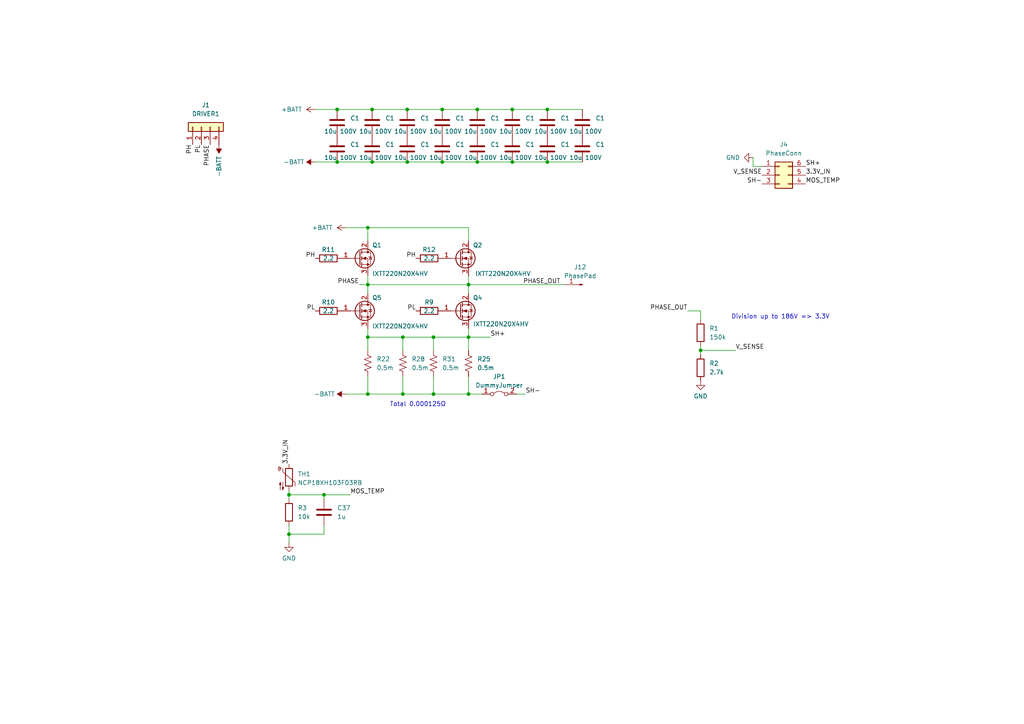
<source format=kicad_sch>
(kicad_sch (version 20230121) (generator eeschema)
  (paper "A4")
  (lib_symbols
    (symbol "Connector:Conn_01x01_Pin" (pin_names (offset 1.016) hide)
      (property "Reference" "J" (at 0 2.54 0))
      (property "Value" "Conn_01x01_Pin" (at 0 -2.54 0))
      (symbol "Conn_01x01_Pin_1_1"
        (polyline (pts (xy 1.27 0) (xy 0.8636 0)) (stroke (width 0.1524)))
        (rectangle (start 0.8636 0.127) (end 0 -0.127) (stroke (width 0.1524)) (fill (type outline)))
        (pin passive line (at 5.08 0 180) (length 3.81) (name "Pin_1") (number "1"))
      )
    )
    (symbol "Connector_Generic:Conn_01x04" (pin_names (offset 1.016) hide)
      (property "Reference" "J" (at 0 5.08 0))
      (property "Value" "Conn_01x04" (at 0 -7.62 0))
      (symbol "Conn_01x04_1_1"
        (rectangle (start -1.27 -4.953) (end 0 -5.207) (stroke (width 0.1524)))
        (rectangle (start -1.27 -2.413) (end 0 -2.667) (stroke (width 0.1524)))
        (rectangle (start -1.27 0.127) (end 0 -0.127) (stroke (width 0.1524)))
        (rectangle (start -1.27 2.667) (end 0 2.413) (stroke (width 0.1524)))
        (rectangle (start -1.27 3.81) (end 1.27 -6.35) (stroke (width 0.254)) (fill (type background)))
        (pin passive line (at -5.08 2.54 0) (length 3.81) (name "Pin_1") (number "1"))
        (pin passive line (at -5.08 0 0) (length 3.81) (name "Pin_2") (number "2"))
        (pin passive line (at -5.08 -2.54 0) (length 3.81) (name "Pin_3") (number "3"))
        (pin passive line (at -5.08 -5.08 0) (length 3.81) (name "Pin_4") (number "4"))
      )
    )
    (symbol "Connector_Generic:Conn_02x03_Counter_Clockwise" (pin_names (offset 1.016) hide)
      (property "Reference" "J" (at 1.27 5.08 0))
      (property "Value" "Conn_02x03_Counter_Clockwise" (at 1.27 -5.08 0))
      (symbol "Conn_02x03_Counter_Clockwise_1_1"
        (rectangle (start -1.27 -2.413) (end 0 -2.667) (stroke (width 0.1524)))
        (rectangle (start -1.27 0.127) (end 0 -0.127) (stroke (width 0.1524)))
        (rectangle (start -1.27 2.667) (end 0 2.413) (stroke (width 0.1524)))
        (rectangle (start -1.27 3.81) (end 3.81 -3.81) (stroke (width 0.254)) (fill (type background)))
        (rectangle (start 3.81 -2.413) (end 2.54 -2.667) (stroke (width 0.1524)))
        (rectangle (start 3.81 0.127) (end 2.54 -0.127) (stroke (width 0.1524)))
        (rectangle (start 3.81 2.667) (end 2.54 2.413) (stroke (width 0.1524)))
        (pin passive line (at -5.08 2.54 0) (length 3.81) (name "Pin_1") (number "1"))
        (pin passive line (at -5.08 0 0) (length 3.81) (name "Pin_2") (number "2"))
        (pin passive line (at -5.08 -2.54 0) (length 3.81) (name "Pin_3") (number "3"))
        (pin passive line (at 7.62 -2.54 180) (length 3.81) (name "Pin_4") (number "4"))
        (pin passive line (at 7.62 0 180) (length 3.81) (name "Pin_5") (number "5"))
        (pin passive line (at 7.62 2.54 180) (length 3.81) (name "Pin_6") (number "6"))
      )
    )
    (symbol "Device:C" (pin_numbers hide) (pin_names (offset 0.254))
      (property "Reference" "C" (at 0.635 2.54 0))
      (property "Value" "C" (at 0.635 -2.54 0))
      (symbol "C_0_1"
        (polyline (pts (xy -2.032 -0.762) (xy 2.032 -0.762)) (stroke (width 0.508)))
        (polyline (pts (xy -2.032 0.762) (xy 2.032 0.762)) (stroke (width 0.508)))
      )
      (symbol "C_1_1"
        (pin passive line (at 0 3.81 270) (length 2.794) (name "~") (number "1"))
        (pin passive line (at 0 -3.81 90) (length 2.794) (name "~") (number "2"))
      )
    )
    (symbol "Device:R" (pin_numbers hide) (pin_names (offset 0))
      (property "Reference" "R" (at 2.032 0 90))
      (property "Value" "R" (at 0 0 90))
      (symbol "R_0_1"
        (rectangle (start -1.016 -2.54) (end 1.016 2.54) (stroke (width 0.254)))
      )
      (symbol "R_1_1"
        (pin passive line (at 0 3.81 270) (length 1.27) (name "~") (number "1"))
        (pin passive line (at 0 -3.81 90) (length 1.27) (name "~") (number "2"))
      )
    )
    (symbol "Device:R_US" (pin_numbers hide) (pin_names (offset 0))
      (property "Reference" "R" (at 2.54 0 90))
      (property "Value" "R_US" (at -2.54 0 90))
      (symbol "R_US_0_1"
        (polyline (pts (xy 0 -2.286) (xy 0 -2.54)))
        (polyline (pts (xy 0 2.286) (xy 0 2.54)))
        (polyline (pts (xy 0 -0.762) (xy 1.016 -1.143) (xy 0 -1.524) (xy -1.016 -1.905) (xy 0 -2.286)))
        (polyline (pts (xy 0 0.762) (xy 1.016 0.381) (xy 0 0) (xy -1.016 -0.381) (xy 0 -0.762)))
        (polyline (pts (xy 0 2.286) (xy 1.016 1.905) (xy 0 1.524) (xy -1.016 1.143) (xy 0 0.762)))
      )
      (symbol "R_US_1_1"
        (pin passive line (at 0 3.81 270) (length 1.27) (name "~") (number "1"))
        (pin passive line (at 0 -3.81 90) (length 1.27) (name "~") (number "2"))
      )
    )
    (symbol "Device:Thermistor_NTC" (pin_numbers hide) (pin_names (offset 0))
      (property "Reference" "TH" (at -4.445 0 90))
      (property "Value" "Thermistor_NTC" (at 3.175 0 90))
      (symbol "Thermistor_NTC_0_1"
        (arc (start -3.048 2.159) (mid -3.0495 2.3143) (end -3.175 2.413))
        (arc (start -3.048 2.159) (mid -2.9736 1.9794) (end -2.794 1.905))
        (arc (start -3.048 2.794) (mid -2.9736 2.6144) (end -2.794 2.54))
        (arc (start -2.794 1.905) (mid -2.6144 1.9794) (end -2.54 2.159))
        (arc (start -2.794 2.54) (mid -2.4393 2.5587) (end -2.159 2.794))
        (arc (start -2.794 3.048) (mid -2.9736 2.9736) (end -3.048 2.794))
        (arc (start -2.54 2.794) (mid -2.6144 2.9736) (end -2.794 3.048))
        (rectangle (start -1.016 2.54) (end 1.016 -2.54) (stroke (width 0.254)))
        (polyline (pts (xy -2.54 2.159) (xy -2.54 2.794)))
        (polyline (pts (xy -1.778 2.54) (xy -1.778 1.524) (xy 1.778 -1.524) (xy 1.778 -2.54)))
        (polyline (pts (xy -2.54 -3.683) (xy -2.54 -1.397) (xy -2.794 -2.159) (xy -2.286 -2.159) (xy -2.54 -1.397) (xy -2.54 -1.651)) (fill (type outline)))
        (polyline (pts (xy -1.778 -1.397) (xy -1.778 -3.683) (xy -2.032 -2.921) (xy -1.524 -2.921) (xy -1.778 -3.683) (xy -1.778 -3.429)) (fill (type outline)))
      )
      (symbol "Thermistor_NTC_1_1"
        (pin passive line (at 0 3.81 270) (length 1.27) (name "~") (number "1"))
        (pin passive line (at 0 -3.81 90) (length 1.27) (name "~") (number "2"))
      )
    )
    (symbol "Jumper:Jumper_2_Bridged" (pin_names (offset 0) hide)
      (property "Reference" "JP" (at 0 1.905 0))
      (property "Value" "Jumper_2_Bridged" (at 0 -2.54 0))
      (symbol "Jumper_2_Bridged_0_0"
        (circle (center -2.032 0) (radius 0.508))
        (circle (center 2.032 0) (radius 0.508))
      )
      (symbol "Jumper_2_Bridged_0_1"
        (arc (start 1.524 0.254) (mid 0 0.762) (end -1.524 0.254))
      )
      (symbol "Jumper_2_Bridged_1_1"
        (pin passive line (at -5.08 0 0) (length 2.54) (name "A") (number "1"))
        (pin passive line (at 5.08 0 180) (length 2.54) (name "B") (number "2"))
      )
    )
    (symbol "Transistor_FET:BSP89" (pin_names hide)
      (property "Reference" "Q" (at 5.08 1.905 0))
      (property "Value" "BSP89" (at 5.08 0 0))
      (symbol "BSP89_0_1"
        (polyline (pts (xy 0.254 0) (xy -2.54 0)))
        (polyline (pts (xy 0.254 1.905) (xy 0.254 -1.905)) (stroke (width 0.254)))
        (polyline (pts (xy 0.762 -1.27) (xy 0.762 -2.286)) (stroke (width 0.254)))
        (polyline (pts (xy 0.762 0.508) (xy 0.762 -0.508)) (stroke (width 0.254)))
        (polyline (pts (xy 0.762 2.286) (xy 0.762 1.27)) (stroke (width 0.254)))
        (polyline (pts (xy 2.54 2.54) (xy 2.54 1.778)))
        (polyline (pts (xy 2.54 -2.54) (xy 2.54 0) (xy 0.762 0)))
        (polyline (pts (xy 0.762 -1.778) (xy 3.302 -1.778) (xy 3.302 1.778) (xy 0.762 1.778)))
        (polyline (pts (xy 1.016 0) (xy 2.032 0.381) (xy 2.032 -0.381) (xy 1.016 0)) (fill (type outline)))
        (polyline (pts (xy 2.794 0.508) (xy 2.921 0.381) (xy 3.683 0.381) (xy 3.81 0.254)))
        (polyline (pts (xy 3.302 0.381) (xy 2.921 -0.254) (xy 3.683 -0.254) (xy 3.302 0.381)))
        (circle (center 1.651 0) (radius 2.794) (stroke (width 0.254)))
        (circle (center 2.54 -1.778) (radius 0.254) (fill (type outline)))
        (circle (center 2.54 1.778) (radius 0.254) (fill (type outline)))
      )
      (symbol "BSP89_1_1"
        (pin input line (at -5.08 0 0) (length 2.54) (name "G") (number "1"))
        (pin passive line (at 2.54 5.08 270) (length 2.54) (name "D") (number "2"))
        (pin passive line (at 2.54 -5.08 90) (length 2.54) (name "S") (number "3"))
      )
    )
    (symbol "power:+BATT" (power) (pin_names (offset 0))
      (property "Value" "+BATT" (at 0 3.556 0))
      (symbol "+BATT_0_1"
        (polyline (pts (xy -0.762 1.27) (xy 0 2.54)))
        (polyline (pts (xy 0 0) (xy 0 2.54)))
        (polyline (pts (xy 0 2.54) (xy 0.762 1.27)))
      )
      (symbol "+BATT_1_1"
        (pin power_in line (at 0 0 90) (length 0) hide (name "+BATT") (number "1"))
      )
    )
    (symbol "power:-BATT" (power) (pin_names (offset 0))
      (property "Value" "-BATT" (at 0 3.556 0))
      (symbol "-BATT_0_1"
        (polyline (pts (xy 0 0) (xy 0 2.54)))
        (polyline (pts (xy 0.762 1.27) (xy -0.762 1.27) (xy 0 2.54) (xy 0.762 1.27)) (fill (type outline)))
      )
      (symbol "-BATT_1_1"
        (pin power_in line (at 0 0 90) (length 0) hide (name "-BATT") (number "1"))
      )
    )
    (symbol "power:GND" (power) (pin_names (offset 0))
      (property "Value" "GND" (at 0 -3.81 0))
      (symbol "GND_0_1"
        (polyline (pts (xy 0 0) (xy 0 -1.27) (xy 1.27 -1.27) (xy 0 -2.54) (xy -1.27 -1.27) (xy 0 -1.27)))
      )
      (symbol "GND_1_1"
        (pin power_in line (at 0 0 270) (length 0) hide (name "GND") (number "1"))
      )
    )
  )
  (junction (at 128.27 31.75))
  (junction (at 135.89 82.55))
  (junction (at 83.82 154.94))
  (junction (at 138.43 31.75))
  (junction (at 116.84 97.79))
  (junction (at 106.68 82.55))
  (junction (at 148.59 46.99))
  (junction (at 158.75 46.99))
  (junction (at 118.11 31.75))
  (junction (at 203.2 101.6))
  (junction (at 138.43 46.99))
  (junction (at 106.68 66.04))
  (junction (at 116.84 114.3))
  (junction (at 93.98 143.51))
  (junction (at 125.73 97.79))
  (junction (at 128.27 46.99))
  (junction (at 158.75 31.75))
  (junction (at 106.68 114.3))
  (junction (at 148.59 31.75))
  (junction (at 107.95 46.99))
  (junction (at 97.79 31.75))
  (junction (at 107.95 31.75))
  (junction (at 118.11 46.99))
  (junction (at 125.73 114.3))
  (junction (at 135.89 114.3))
  (junction (at 135.89 97.79))
  (junction (at 106.68 97.79))
  (junction (at 97.79 46.99))
  (junction (at 83.82 143.51))
  (wire (pts (xy 106.68 114.3) (xy 116.84 114.3)))
  (wire (pts (xy 107.95 31.75) (xy 118.11 31.75)))
  (wire (pts (xy 149.86 114.3) (xy 152.4 114.3)))
  (wire (pts (xy 106.68 82.55) (xy 106.68 85.09)))
  (wire (pts (xy 106.68 66.04) (xy 135.89 66.04)))
  (wire (pts (xy 135.89 97.79) (xy 142.24 97.79)))
  (wire (pts (xy 218.44 45.72) (xy 218.44 48.26)))
  (wire (pts (xy 97.79 31.75) (xy 107.95 31.75)))
  (wire (pts (xy 100.33 114.3) (xy 106.68 114.3)))
  (wire (pts (xy 106.68 82.55) (xy 135.89 82.55)))
  (wire (pts (xy 106.68 95.25) (xy 106.68 97.79)))
  (wire (pts (xy 203.2 102.87) (xy 203.2 101.6)))
  (wire (pts (xy 106.68 66.04) (xy 106.68 69.85)))
  (wire (pts (xy 135.89 97.79) (xy 135.89 101.6)))
  (wire (pts (xy 93.98 143.51) (xy 101.6 143.51)))
  (wire (pts (xy 135.89 80.01) (xy 135.89 82.55)))
  (wire (pts (xy 116.84 97.79) (xy 106.68 97.79)))
  (wire (pts (xy 135.89 95.25) (xy 135.89 97.79)))
  (wire (pts (xy 125.73 97.79) (xy 116.84 97.79)))
  (wire (pts (xy 116.84 109.22) (xy 116.84 114.3)))
  (wire (pts (xy 139.7 114.3) (xy 135.89 114.3)))
  (wire (pts (xy 107.95 46.99) (xy 118.11 46.99)))
  (wire (pts (xy 106.68 80.01) (xy 106.68 82.55)))
  (wire (pts (xy 203.2 100.33) (xy 203.2 101.6)))
  (wire (pts (xy 128.27 31.75) (xy 138.43 31.75)))
  (wire (pts (xy 128.27 46.99) (xy 138.43 46.99)))
  (wire (pts (xy 118.11 31.75) (xy 128.27 31.75)))
  (wire (pts (xy 218.44 48.26) (xy 220.98 48.26)))
  (wire (pts (xy 135.89 82.55) (xy 163.83 82.55)))
  (wire (pts (xy 116.84 114.3) (xy 125.73 114.3)))
  (wire (pts (xy 125.73 109.22) (xy 125.73 114.3)))
  (wire (pts (xy 125.73 97.79) (xy 125.73 101.6)))
  (wire (pts (xy 104.14 82.55) (xy 106.68 82.55)))
  (wire (pts (xy 100.33 66.04) (xy 106.68 66.04)))
  (wire (pts (xy 199.39 90.17) (xy 203.2 90.17)))
  (wire (pts (xy 83.82 143.51) (xy 93.98 143.51)))
  (wire (pts (xy 135.89 114.3) (xy 135.89 109.22)))
  (wire (pts (xy 91.44 31.75) (xy 97.79 31.75)))
  (wire (pts (xy 83.82 142.24) (xy 83.82 143.51)))
  (wire (pts (xy 125.73 114.3) (xy 135.89 114.3)))
  (wire (pts (xy 158.75 31.75) (xy 168.91 31.75)))
  (wire (pts (xy 106.68 97.79) (xy 106.68 101.6)))
  (wire (pts (xy 97.79 46.99) (xy 107.95 46.99)))
  (wire (pts (xy 138.43 31.75) (xy 148.59 31.75)))
  (wire (pts (xy 158.75 46.99) (xy 168.91 46.99)))
  (wire (pts (xy 118.11 46.99) (xy 128.27 46.99)))
  (wire (pts (xy 83.82 143.51) (xy 83.82 144.78)))
  (wire (pts (xy 203.2 90.17) (xy 203.2 92.71)))
  (wire (pts (xy 135.89 82.55) (xy 135.89 85.09)))
  (wire (pts (xy 138.43 46.99) (xy 148.59 46.99)))
  (wire (pts (xy 83.82 152.4) (xy 83.82 154.94)))
  (wire (pts (xy 93.98 144.78) (xy 93.98 143.51)))
  (wire (pts (xy 93.98 152.4) (xy 93.98 154.94)))
  (wire (pts (xy 148.59 31.75) (xy 158.75 31.75)))
  (wire (pts (xy 148.59 46.99) (xy 158.75 46.99)))
  (wire (pts (xy 203.2 101.6) (xy 213.36 101.6)))
  (wire (pts (xy 135.89 97.79) (xy 125.73 97.79)))
  (wire (pts (xy 83.82 154.94) (xy 83.82 157.48)))
  (wire (pts (xy 91.44 46.99) (xy 97.79 46.99)))
  (wire (pts (xy 135.89 66.04) (xy 135.89 69.85)))
  (wire (pts (xy 93.98 154.94) (xy 83.82 154.94)))
  (wire (pts (xy 116.84 97.79) (xy 116.84 101.6)))
  (wire (pts (xy 106.68 109.22) (xy 106.68 114.3)))
  (text "Total 0.000125Ω" (at 113.03 118.11 0) (effects (font (size 1.27 1.27)) (justify left bottom)))
  (text "Division up to 186V => 3.3V" (at 212.09 92.71 0) (effects (font (size 1.27 1.27)) (justify left bottom)))
  (label "PL" (at 120.65 90.17 180))
  (label "SH-" (at 152.4 114.3 0))
  (label "SH+" (at 233.68 48.26 0))
  (label "3.3V_IN" (at 233.68 50.8 0))
  (label "MOS_TEMP" (at 233.68 53.34 0))
  (label "PH" (at 91.44 74.93 180))
  (label "PHASE" (at 104.14 82.55 180))
  (label "PHASE" (at 60.96 41.91 270))
  (label "PL" (at 58.42 41.91 270))
  (label "PL" (at 91.44 90.17 180))
  (label "V_SENSE" (at 220.98 50.8 180))
  (label "3.3V_IN" (at 83.82 134.62 90))
  (label "PH" (at 55.88 41.91 270))
  (label "PH" (at 120.65 74.93 180))
  (label "SH-" (at 220.98 53.34 180))
  (label "MOS_TEMP" (at 101.6 143.51 0))
  (label "PHASE_OUT" (at 162.56 82.55 180))
  (label "SH+" (at 142.24 97.79 0))
  (label "PHASE_OUT" (at 199.39 90.17 180))
  (label "V_SENSE" (at 213.36 101.6 0))
  (symbol (lib_id "Transistor_FET:BSP89") (at 104.14 90.17 0) (unit 1)
    (property "Reference" "Q5" (at 107.95 86.36 0) (effects (justify left)))
    (property "Value" "IXTT220N20X4HV" (at 107.95 94.615 0) (effects (justify left)))
    (property "Footprint" "Package_TO_SOT_SMD:TO-268-2" (effects hide))
    (property "Datasheet" "https://www.infineon.com/dgdl/Infineon-BSP89-DS-v02_02-en.pdf?fileId=db3a30433b47825b013b4b8a07f90d55" (effects hide))
    (instances (project "IXTT220N20X4HV" (path "" (reference "Q5") (unit 1)) (path "" (reference "Q2") (unit 1)) (path "" (reference "Q6") (unit 1)) (path "" (reference "Q10") (unit 1))))
  )
  (symbol (lib_id "Transistor_FET:BSP89") (at 133.35 74.93 0) (unit 1)
    (property "Reference" "Q2" (at 137.16 71.12 0) (effects (justify left)))
    (property "Value" "IXTT220N20X4HV" (at 137.795 79.375 0) (effects (justify left)))
    (property "Footprint" "Package_TO_SOT_SMD:TO-268-2" (effects hide))
    (property "Datasheet" "https://www.infineon.com/dgdl/Infineon-BSP89-DS-v02_02-en.pdf?fileId=db3a30433b47825b013b4b8a07f90d55" (effects hide))
    (instances (project "IXTT220N20X4HV" (path "" (reference "Q2") (unit 1)) (path "" (reference "Q3") (unit 1)) (path "" (reference "Q7") (unit 1)) (path "" (reference "Q11") (unit 1))))
  )
  (symbol (lib_id "Device:R") (at 203.2 96.52 0) (unit 1)
    (property "Reference" "R1" (at 205.74 95.25 0) (effects (justify left)))
    (property "Value" "150k" (at 205.74 97.79 0) (effects (justify left)))
    (property "Footprint" "Resistor_SMD:R_0603_1608Metric" (effects hide))
    (property "MPN" "C22807" (effects hide))
    (instances (project "IXTT220N20X4HV" (path "" (reference "R1") (unit 1)) (path "" (reference "R13") (unit 1)) (path "" (reference "R20") (unit 1))))
  )
  (symbol (lib_id "Transistor_FET:BSP89") (at 104.14 74.93 0) (unit 1)
    (property "Reference" "Q1" (at 107.95 71.12 0) (effects (justify left)))
    (property "Value" "IXTT220N20X4HV" (at 107.95 79.375 0) (effects (justify left)))
    (property "Footprint" "Package_TO_SOT_SMD:TO-268-2" (effects hide))
    (property "Datasheet" "https://www.infineon.com/dgdl/Infineon-BSP89-DS-v02_02-en.pdf?fileId=db3a30433b47825b013b4b8a07f90d55" (effects hide))
    (instances (project "IXTT220N20X4HV" (path "" (reference "Q1") (unit 1)) (path "" (reference "Q1") (unit 1)) (path "" (reference "Q5") (unit 1)) (path "" (reference "Q9") (unit 1))))
  )
  (symbol (lib_id "power:-BATT") (at 91.44 46.99 90) (unit 1)
    (property "Reference" "#PWR010" (effects hide))
    (property "Value" "-BATT" (at 88.265 46.99 90) (effects (justify left)))
    (instances (project "IXTT220N20X4HV" (path "" (reference "#PWR010") (unit 1)) (path "" (reference "#PWR04") (unit 1)) (path "" (reference "#PWR06") (unit 1)) (path "" (reference "#PWR014") (unit 1))))
  )
  (symbol (lib_id "power:GND") (at 83.82 157.48 0) (unit 1)
    (property "Reference" "#PWR032" (effects hide))
    (property "Value" "GND" (at 83.82 161.925 0))
    (instances (project "IXTT220N20X4HV" (path "" (reference "#PWR032") (unit 1)) (path "" (reference "#PWR025") (unit 1)) (path "" (reference "#PWR038") (unit 1)) (path "" (reference "#PWR050") (unit 1))))
  )
  (symbol (lib_id "Device:C") (at 138.43 35.56 0) (unit 1)
    (property "Reference" "C1" (at 142.24 34.29 0) (effects (justify left)))
    (property "Value" "10u 100V" (at 134.62 38.1 0) (effects (justify left)))
    (property "Footprint" "Capacitor_SMD:C_1210_3225Metric" (effects hide))
    (property "MPN" "C5156756" (effects hide))
    (property "Mouser" "81-GRM32EC72A106KE5K" (effects hide))
    (instances (project "IXTT220N20X4HV" (path "" (reference "C1") (unit 1)) (path "" (reference "C25") (unit 1)) (path "" (reference "C48") (unit 1)) (path "" (reference "C56") (unit 1))))
  )
  (symbol (lib_id "Device:C") (at 158.75 35.56 0) (unit 1)
    (property "Reference" "C1" (at 162.56 34.29 0) (effects (justify left)))
    (property "Value" "10u 100V" (at 154.94 38.1 0) (effects (justify left)))
    (property "Footprint" "Capacitor_SMD:C_1210_3225Metric" (effects hide))
    (property "Mouser" "81-GRM32EC72A106KE5K" (effects hide))
    (property "MPN" "C5156756" (effects hide))
    (instances (project "IXTT220N20X4HV" (path "" (reference "C1") (unit 1)) (path "" (reference "C30") (unit 1)) (path "" (reference "C52") (unit 1)) (path "" (reference "C60") (unit 1))))
  )
  (symbol (lib_id "Device:Thermistor_NTC") (at 83.82 138.43 0) (unit 1)
    (property "Reference" "TH1" (at 86.36 137.4775 0) (effects (justify left)))
    (property "Value" "NCP18XH103F03RB" (at 86.36 140.0175 0) (effects (justify left)))
    (property "Footprint" "Resistor_SMD:R_0603_1608Metric" (effects hide))
    (property "MPN" "C13564" (effects hide))
    (instances (project "IXTT220N20X4HV" (path "" (reference "TH1") (unit 1)) (path "" (reference "TH2") (unit 1)) (path "" (reference "TH3") (unit 1))))
  )
  (symbol (lib_id "Connector:Conn_01x01_Pin") (at 168.91 82.55 180) (unit 1)
    (property "Reference" "J12" (at 168.275 77.47 0))
    (property "Value" "PhasePad" (at 168.275 80.01 0))
    (property "Footprint" "Connector_Wire:SolderWirePad_1x01_SMD_5x10mm" (effects hide))
    (instances (project "IXTT220N20X4HV" (path "" (reference "J12") (unit 1)) (path "" (reference "J7") (unit 1)) (path "" (reference "J10") (unit 1)) (path "" (reference "J11") (unit 1))))
  )
  (symbol (lib_id "power:GND") (at 218.44 45.72 270) (unit 1)
    (property "Reference" "#PWR017" (effects hide))
    (property "Value" "GND" (at 214.63 45.72 90) (effects (justify right)))
    (instances (project "IXTT220N20X4HV" (path "" (reference "#PWR017") (unit 1)) (path "" (reference "#PWR017") (unit 1)) (path "" (reference "#PWR019") (unit 1)) (path "" (reference "#PWR021") (unit 1))))
  )
  (symbol (lib_id "Device:R") (at 124.46 74.93 90) (unit 1)
    (property "Reference" "R12" (at 124.46 72.39 90))
    (property "Value" "2.2" (at 124.46 74.93 90))
    (property "Footprint" "Resistor_SMD:R_0805_2012Metric" (effects hide))
    (property "MPN" "C17521" (effects hide))
    (instances (project "IXTT220N20X4HV" (path "" (reference "R12") (unit 1)) (path "" (reference "R11") (unit 1)) (path "" (reference "R7") (unit 1)) (path "" (reference "R18") (unit 1))))
  )
  (symbol (lib_id "Device:R") (at 95.25 74.93 90) (unit 1)
    (property "Reference" "R11" (at 95.25 72.39 90))
    (property "Value" "2.2" (at 95.25 74.93 90))
    (property "Footprint" "Resistor_SMD:R_0805_2012Metric" (effects hide))
    (property "MPN" "C17521" (effects hide))
    (instances (project "IXTT220N20X4HV" (path "" (reference "R11") (unit 1)) (path "" (reference "R9") (unit 1)) (path "" (reference "R5") (unit 1)) (path "" (reference "R16") (unit 1))))
  )
  (symbol (lib_id "Device:R") (at 83.82 148.59 0) (unit 1)
    (property "Reference" "R3" (at 86.36 147.32 0) (effects (justify left)))
    (property "Value" "10k" (at 86.36 149.86 0) (effects (justify left)))
    (property "Footprint" "Resistor_SMD:R_0603_1608Metric" (effects hide))
    (property "MPN" "C25804" (effects hide))
    (instances (project "IXTT220N20X4HV" (path "" (reference "R3") (unit 1)) (path "" (reference "R4") (unit 1)) (path "" (reference "R15") (unit 1))))
  )
  (symbol (lib_id "Device:R_US") (at 125.73 105.41 0) (unit 1)
    (property "Reference" "R31" (at 128.27 104.14 0) (effects (justify left)))
    (property "Value" "0.5m" (at 128.27 106.68 0) (effects (justify left)))
    (property "Footprint" "Resistor_SMD:R_2512_6332Metric" (effects hide))
    (property "MPN" "C5119469" (effects hide))
    (instances (project "IXTT220N20X4HV" (path "" (reference "R31") (unit 1)) (path "" (reference "R32") (unit 1)) (path "" (reference "R33") (unit 1))))
  )
  (symbol (lib_id "Device:C") (at 93.98 148.59 0) (unit 1)
    (property "Reference" "C37" (at 97.79 147.32 0) (effects (justify left)))
    (property "Value" "1u" (at 97.79 149.86 0) (effects (justify left)))
    (property "Footprint" "GigaVescLibs:C_0603_1608Metric_L" (effects hide))
    (property "MPN" "C15849" (effects hide))
    (instances (project "IXTT220N20X4HV" (path "" (reference "C37") (unit 1)) (path "" (reference "C38") (unit 1)) (path "" (reference "C43") (unit 1))))
  )
  (symbol (lib_id "power:-BATT") (at 100.33 114.3 90) (unit 1)
    (property "Reference" "#PWR010" (effects hide))
    (property "Value" "-BATT" (at 97.155 114.3 90) (effects (justify left)))
    (instances (project "IXTT220N20X4HV" (path "" (reference "#PWR010") (unit 1)) (path "" (reference "#PWR010") (unit 1)) (path "" (reference "#PWR040") (unit 1)) (path "" (reference "#PWR052") (unit 1))))
  )
  (symbol (lib_id "Device:R") (at 95.25 90.17 90) (unit 1)
    (property "Reference" "R10" (at 95.25 87.63 90))
    (property "Value" "2.2" (at 95.25 90.17 90))
    (property "Footprint" "Resistor_SMD:R_0805_2012Metric" (effects hide))
    (property "MPN" "C17521" (effects hide))
    (instances (project "IXTT220N20X4HV" (path "" (reference "R10") (unit 1)) (path "" (reference "R10") (unit 1)) (path "" (reference "R6") (unit 1)) (path "" (reference "R17") (unit 1))))
  )
  (symbol (lib_id "Device:R_US") (at 116.84 105.41 0) (unit 1)
    (property "Reference" "R28" (at 119.38 104.14 0) (effects (justify left)))
    (property "Value" "0.5m" (at 119.38 106.68 0) (effects (justify left)))
    (property "Footprint" "Resistor_SMD:R_2512_6332Metric" (effects hide))
    (property "MPN" "C5119469" (effects hide))
    (instances (project "IXTT220N20X4HV" (path "" (reference "R28") (unit 1)) (path "" (reference "R29") (unit 1)) (path "" (reference "R30") (unit 1))))
  )
  (symbol (lib_id "Device:R") (at 124.46 90.17 90) (unit 1)
    (property "Reference" "R9" (at 124.46 87.63 90))
    (property "Value" "2.2" (at 124.46 90.17 90))
    (property "Footprint" "Resistor_SMD:R_0805_2012Metric" (effects hide))
    (property "MPN" "C17521" (effects hide))
    (instances (project "IXTT220N20X4HV" (path "" (reference "R9") (unit 1)) (path "" (reference "R12") (unit 1)) (path "" (reference "R8") (unit 1)) (path "" (reference "R19") (unit 1))))
  )
  (symbol (lib_id "power:+BATT") (at 91.44 31.75 90) (unit 1)
    (property "Reference" "#PWR07" (effects hide))
    (property "Value" "+BATT" (at 87.63 31.75 90) (effects (justify left)))
    (instances (project "IXTT220N20X4HV" (path "" (reference "#PWR07") (unit 1)) (path "" (reference "#PWR03") (unit 1)) (path "" (reference "#PWR05") (unit 1)) (path "" (reference "#PWR013") (unit 1))))
  )
  (symbol (lib_id "Device:C") (at 158.75 43.18 0) (unit 1)
    (property "Reference" "C1" (at 162.56 41.91 0) (effects (justify left)))
    (property "Value" "10u 100V" (at 154.94 45.72 0) (effects (justify left)))
    (property "Footprint" "Capacitor_SMD:C_1210_3225Metric" (effects hide))
    (property "Mouser" "81-GRM32EC72A106KE5K" (effects hide))
    (property "MPN" "C5156756" (effects hide))
    (instances (project "IXTT220N20X4HV" (path "" (reference "C1") (unit 1)) (path "" (reference "C31") (unit 1)) (path "" (reference "C53") (unit 1)) (path "" (reference "C61") (unit 1))))
  )
  (symbol (lib_id "Device:C") (at 97.79 43.18 0) (unit 1)
    (property "Reference" "C1" (at 101.6 41.91 0) (effects (justify left)))
    (property "Value" "10u 100V" (at 93.98 45.72 0) (effects (justify left)))
    (property "Footprint" "Capacitor_SMD:C_1210_3225Metric" (effects hide))
    (property "Mouser" "81-GRM32EC72A106KE5K" (effects hide))
    (property "MPN" "C5156756" (effects hide))
    (instances (project "IXTT220N20X4HV" (path "" (reference "C1") (unit 1)) (path "" (reference "C2") (unit 1)) (path "" (reference "C10") (unit 1)) (path "" (reference "C18") (unit 1))))
  )
  (symbol (lib_id "Device:R_US") (at 135.89 105.41 0) (unit 1)
    (property "Reference" "R25" (at 138.43 104.14 0) (effects (justify left)))
    (property "Value" "0.5m" (at 138.43 106.68 0) (effects (justify left)))
    (property "Footprint" "Resistor_SMD:R_2512_6332Metric" (effects hide))
    (property "MPN" "C5119469" (effects hide))
    (instances (project "IXTT220N20X4HV" (path "" (reference "R25") (unit 1)) (path "" (reference "R26") (unit 1)) (path "" (reference "R27") (unit 1))))
  )
  (symbol (lib_id "Device:C") (at 128.27 43.18 0) (unit 1)
    (property "Reference" "C1" (at 132.08 41.91 0) (effects (justify left)))
    (property "Value" "10u 100V" (at 124.46 45.72 0) (effects (justify left)))
    (property "Footprint" "Capacitor_SMD:C_1210_3225Metric" (effects hide))
    (property "Mouser" "81-GRM32EC72A106KE5K" (effects hide))
    (property "MPN" "C5156756" (effects hide))
    (instances (project "IXTT220N20X4HV" (path "" (reference "C1") (unit 1)) (path "" (reference "C8") (unit 1)) (path "" (reference "C16") (unit 1)) (path "" (reference "C24") (unit 1))))
  )
  (symbol (lib_id "Connector_Generic:Conn_02x03_Counter_Clockwise") (at 226.06 50.8 0) (unit 1)
    (property "Reference" "J4" (at 227.33 41.91 0))
    (property "Value" "PhaseConn" (at 227.33 44.45 0))
    (property "Footprint" "Connector_PinSocket_2.54mm:PinSocket_2x03_P2.54mm_Vertical_SMD" (effects hide))
    (property "MPN" "C5160818" (effects hide))
    (instances (project "IXTT220N20X4HV" (path "" (reference "J4") (unit 1)) (path "" (reference "J4") (unit 1)) (path "" (reference "J5") (unit 1)) (path "" (reference "J6") (unit 1))))
  )
  (symbol (lib_id "Device:C") (at 107.95 43.18 0) (unit 1)
    (property "Reference" "C1" (at 111.76 41.91 0) (effects (justify left)))
    (property "Value" "10u 100V" (at 104.14 45.72 0) (effects (justify left)))
    (property "Footprint" "Capacitor_SMD:C_1210_3225Metric" (effects hide))
    (property "Mouser" "81-GRM32EC72A106KE5K" (effects hide))
    (property "MPN" "C5156756" (effects hide))
    (instances (project "IXTT220N20X4HV" (path "" (reference "C1") (unit 1)) (path "" (reference "C4") (unit 1)) (path "" (reference "C12") (unit 1)) (path "" (reference "C20") (unit 1))))
  )
  (symbol (lib_id "Transistor_FET:BSP89") (at 133.35 90.17 0) (unit 1)
    (property "Reference" "Q4" (at 137.16 86.36 0) (effects (justify left)))
    (property "Value" "IXTT220N20X4HV" (at 137.16 93.98 0) (effects (justify left)))
    (property "Footprint" "Package_TO_SOT_SMD:TO-268-2" (effects hide))
    (property "Datasheet" "https://www.infineon.com/dgdl/Infineon-BSP89-DS-v02_02-en.pdf?fileId=db3a30433b47825b013b4b8a07f90d55" (effects hide))
    (instances (project "IXTT220N20X4HV" (path "" (reference "Q4") (unit 1)) (path "" (reference "Q4") (unit 1)) (path "" (reference "Q8") (unit 1)) (path "" (reference "Q12") (unit 1))))
  )
  (symbol (lib_id "Device:C") (at 97.79 35.56 0) (unit 1)
    (property "Reference" "C1" (at 101.6 34.29 0) (effects (justify left)))
    (property "Value" "10u 100V" (at 93.98 38.1 0) (effects (justify left)))
    (property "Footprint" "Capacitor_SMD:C_1210_3225Metric" (effects hide))
    (property "MPN" "C5156756" (effects hide))
    (property "Mouser" "81-GRM32EC72A106KE5K" (effects hide))
    (instances (project "IXTT220N20X4HV" (path "" (reference "C1") (unit 1)) (path "" (reference "C1") (unit 1)) (path "" (reference "C9") (unit 1)) (path "" (reference "C17") (unit 1))))
  )
  (symbol (lib_id "Device:C") (at 138.43 43.18 0) (unit 1)
    (property "Reference" "C1" (at 142.24 41.91 0) (effects (justify left)))
    (property "Value" "10u 100V" (at 134.62 45.72 0) (effects (justify left)))
    (property "Footprint" "Capacitor_SMD:C_1210_3225Metric" (effects hide))
    (property "Mouser" "81-GRM32EC72A106KE5K" (effects hide))
    (property "MPN" "C5156756" (effects hide))
    (instances (project "IXTT220N20X4HV" (path "" (reference "C1") (unit 1)) (path "" (reference "C26") (unit 1)) (path "" (reference "C49") (unit 1)) (path "" (reference "C57") (unit 1))))
  )
  (symbol (lib_id "Device:R") (at 203.2 106.68 0) (unit 1)
    (property "Reference" "R2" (at 205.74 105.41 0) (effects (justify left)))
    (property "Value" "2.7k" (at 205.74 107.95 0) (effects (justify left)))
    (property "Footprint" "Resistor_SMD:R_0603_1608Metric" (effects hide))
    (property "MPN" "C13167" (effects hide))
    (instances (project "IXTT220N20X4HV" (path "" (reference "R2") (unit 1)) (path "" (reference "R14") (unit 1)) (path "" (reference "R21") (unit 1))))
  )
  (symbol (lib_id "Device:C") (at 128.27 35.56 0) (unit 1)
    (property "Reference" "C1" (at 132.08 34.29 0) (effects (justify left)))
    (property "Value" "10u 100V" (at 124.46 38.1 0) (effects (justify left)))
    (property "Footprint" "Capacitor_SMD:C_1210_3225Metric" (effects hide))
    (property "Mouser" "81-GRM32EC72A106KE5K" (effects hide))
    (property "MPN" "C5156756" (effects hide))
    (instances (project "IXTT220N20X4HV" (path "" (reference "C1") (unit 1)) (path "" (reference "C7") (unit 1)) (path "" (reference "C15") (unit 1)) (path "" (reference "C23") (unit 1))))
  )
  (symbol (lib_id "Connector_Generic:Conn_01x04") (at 58.42 36.83 90) (unit 1)
    (property "Reference" "J1" (at 59.69 30.48 90))
    (property "Value" "DRIVER1" (at 59.69 33.02 90))
    (property "Footprint" "Connector_PinSocket_2.54mm:PinSocket_2x02_P2.54mm_Vertical_SMD" (effects hide))
    (property "MPN" "C5160817" (effects hide))
    (instances (project "IXTT220N20X4HV" (path "" (reference "J1") (unit 1)) (path "" (reference "J1") (unit 1)) (path "" (reference "J2") (unit 1)) (path "" (reference "J3") (unit 1))))
  )
  (symbol (lib_id "Device:C") (at 148.59 35.56 0) (unit 1)
    (property "Reference" "C1" (at 152.4 34.29 0) (effects (justify left)))
    (property "Value" "10u 100V" (at 144.78 38.1 0) (effects (justify left)))
    (property "Footprint" "Capacitor_SMD:C_1210_3225Metric" (effects hide))
    (property "Mouser" "81-GRM32EC72A106KE5K" (effects hide))
    (property "MPN" "C5156756" (effects hide))
    (instances (project "IXTT220N20X4HV" (path "" (reference "C1") (unit 1)) (path "" (reference "C27") (unit 1)) (path "" (reference "C50") (unit 1)) (path "" (reference "C58") (unit 1))))
  )
  (symbol (lib_id "Jumper:Jumper_2_Bridged") (at 144.78 114.3 0) (unit 1)
    (property "Reference" "JP1" (at 144.78 109.22 0))
    (property "Value" "DummyJumper" (at 144.78 111.76 0))
    (property "Footprint" "GigaVescLibs:SolderJumper0.3mm" (effects hide))
    (instances (project "IXTT220N20X4HV" (path "" (reference "JP1") (unit 1)) (path "" (reference "JP2") (unit 1)) (path "" (reference "JP3") (unit 1))))
  )
  (symbol (lib_id "Device:C") (at 118.11 35.56 0) (unit 1)
    (property "Reference" "C1" (at 121.92 34.29 0) (effects (justify left)))
    (property "Value" "10u 100V" (at 114.3 38.1 0) (effects (justify left)))
    (property "Footprint" "Capacitor_SMD:C_1210_3225Metric" (effects hide))
    (property "Mouser" "81-GRM32EC72A106KE5K" (effects hide))
    (property "MPN" "C5156756" (effects hide))
    (instances (project "IXTT220N20X4HV" (path "" (reference "C1") (unit 1)) (path "" (reference "C5") (unit 1)) (path "" (reference "C13") (unit 1)) (path "" (reference "C21") (unit 1))))
  )
  (symbol (lib_id "Device:C") (at 118.11 43.18 0) (unit 1)
    (property "Reference" "C1" (at 121.92 41.91 0) (effects (justify left)))
    (property "Value" "10u 100V" (at 114.3 45.72 0) (effects (justify left)))
    (property "Footprint" "Capacitor_SMD:C_1210_3225Metric" (effects hide))
    (property "Mouser" "81-GRM32EC72A106KE5K" (effects hide))
    (property "MPN" "C5156756" (effects hide))
    (instances (project "IXTT220N20X4HV" (path "" (reference "C1") (unit 1)) (path "" (reference "C6") (unit 1)) (path "" (reference "C14") (unit 1)) (path "" (reference "C22") (unit 1))))
  )
  (symbol (lib_id "Device:C") (at 107.95 35.56 0) (unit 1)
    (property "Reference" "C1" (at 111.76 34.29 0) (effects (justify left)))
    (property "Value" "10u 100V" (at 104.14 38.1 0) (effects (justify left)))
    (property "Footprint" "Capacitor_SMD:C_1210_3225Metric" (effects hide))
    (property "Mouser" "81-GRM32EC72A106KE5K" (effects hide))
    (property "MPN" "C5156756" (effects hide))
    (instances (project "IXTT220N20X4HV" (path "" (reference "C1") (unit 1)) (path "" (reference "C3") (unit 1)) (path "" (reference "C11") (unit 1)) (path "" (reference "C19") (unit 1))))
  )
  (symbol (lib_id "Device:R_US") (at 106.68 105.41 0) (unit 1)
    (property "Reference" "R22" (at 109.22 104.14 0) (effects (justify left)))
    (property "Value" "0.5m" (at 109.22 106.68 0) (effects (justify left)))
    (property "Footprint" "Resistor_SMD:R_2512_6332Metric" (effects hide))
    (property "MPN" "C5119469" (effects hide))
    (instances (project "IXTT220N20X4HV" (path "" (reference "R22") (unit 1)) (path "" (reference "R23") (unit 1)) (path "" (reference "R24") (unit 1))))
  )
  (symbol (lib_id "Device:C") (at 168.91 35.56 0) (unit 1)
    (property "Reference" "C1" (at 172.72 34.29 0) (effects (justify left)))
    (property "Value" "10u 100V" (at 165.1 38.1 0) (effects (justify left)))
    (property "Footprint" "Capacitor_SMD:C_1210_3225Metric" (effects hide))
    (property "Mouser" "81-GRM32EC72A106KE5K" (effects hide))
    (property "MPN" "C5156756" (effects hide))
    (instances (project "IXTT220N20X4HV" (path "" (reference "C1") (unit 1)) (path "" (reference "C32") (unit 1)) (path "" (reference "C54") (unit 1)) (path "" (reference "C62") (unit 1))))
  )
  (symbol (lib_id "power:GND") (at 203.2 110.49 0) (unit 1)
    (property "Reference" "#PWR032" (effects hide))
    (property "Value" "GND" (at 203.2 114.935 0))
    (instances (project "IXTT220N20X4HV" (path "" (reference "#PWR032") (unit 1)) (path "" (reference "#PWR08") (unit 1)) (path "" (reference "#PWR043") (unit 1)) (path "" (reference "#PWR055") (unit 1))))
  )
  (symbol (lib_id "power:+BATT") (at 100.33 66.04 90) (unit 1)
    (property "Reference" "#PWR07" (effects hide))
    (property "Value" "+BATT" (at 96.52 66.04 90) (effects (justify left)))
    (instances (project "IXTT220N20X4HV" (path "" (reference "#PWR07") (unit 1)) (path "" (reference "#PWR07") (unit 1)) (path "" (reference "#PWR039") (unit 1)) (path "" (reference "#PWR051") (unit 1))))
  )
  (symbol (lib_id "Device:C") (at 168.91 43.18 0) (unit 1)
    (property "Reference" "C1" (at 172.72 41.91 0) (effects (justify left)))
    (property "Value" "10u 100V" (at 165.1 45.72 0) (effects (justify left)))
    (property "Footprint" "Capacitor_SMD:C_1210_3225Metric" (effects hide))
    (property "Mouser" "81-GRM32EC72A106KE5K" (effects hide))
    (property "MPN" "C5156756" (effects hide))
    (instances (project "IXTT220N20X4HV" (path "" (reference "C1") (unit 1)) (path "" (reference "C33") (unit 1)) (path "" (reference "C55") (unit 1)) (path "" (reference "C63") (unit 1))))
  )
  (symbol (lib_id "power:-BATT") (at 63.5 41.91 180) (unit 1)
    (property "Reference" "#PWR027" (effects hide))
    (property "Value" "-BATT" (at 63.5 48.26 90))
    (instances (project "IXTT220N20X4HV" (path "" (reference "#PWR027") (unit 1)) (path "" (reference "#PWR015") (unit 1)) (path "" (reference "#PWR016") (unit 1)) (path "" (reference "#PWR027") (unit 1))))
  )
  (symbol (lib_id "Device:C") (at 148.59 43.18 0) (unit 1)
    (property "Reference" "C1" (at 152.4 41.91 0) (effects (justify left)))
    (property "Value" "10u 100V" (at 144.78 45.72 0) (effects (justify left)))
    (property "Footprint" "Capacitor_SMD:C_1210_3225Metric" (effects hide))
    (property "Mouser" "81-GRM32EC72A106KE5K" (effects hide))
    (property "MPN" "C5156756" (effects hide))
    (instances (project "IXTT220N20X4HV" (path "" (reference "C1") (unit 1)) (path "" (reference "C28") (unit 1)) (path "" (reference "C51") (unit 1)) (path "" (reference "C59") (unit 1))))
  )
)
</source>
